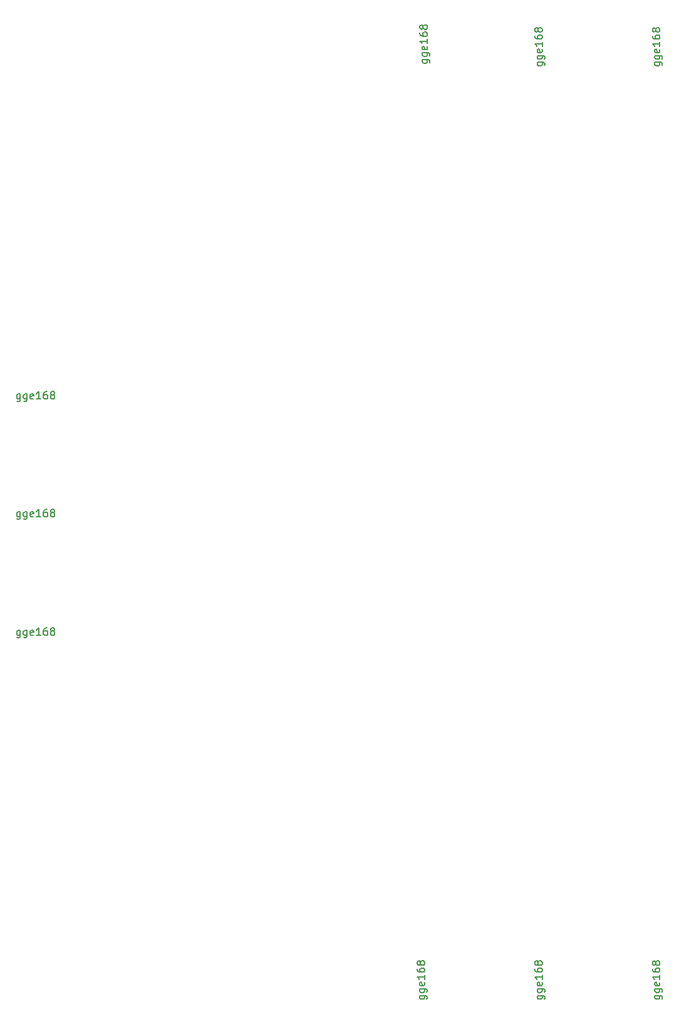
<source format=gbr>
%TF.GenerationSoftware,KiCad,Pcbnew,(5.1.9)-1*%
%TF.CreationDate,2021-08-06T17:39:50-06:00*%
%TF.ProjectId,VacuumFeedThruHDMI,56616375-756d-4466-9565-645468727548,rev?*%
%TF.SameCoordinates,Original*%
%TF.FileFunction,Other,Comment*%
%FSLAX46Y46*%
G04 Gerber Fmt 4.6, Leading zero omitted, Abs format (unit mm)*
G04 Created by KiCad (PCBNEW (5.1.9)-1) date 2021-08-06 17:39:50*
%MOMM*%
%LPD*%
G01*
G04 APERTURE LIST*
%ADD10C,0.150000*%
G04 APERTURE END LIST*
%TO.C,J1_(1:5)*%
D10*
X-15737208Y61282762D02*
X-14927684Y61282762D01*
X-14832446Y61235143D01*
X-14784827Y61187524D01*
X-14737208Y61092286D01*
X-14737208Y60949429D01*
X-14784827Y60854191D01*
X-15118161Y61282762D02*
X-15070542Y61187524D01*
X-15070542Y60997048D01*
X-15118161Y60901810D01*
X-15165780Y60854191D01*
X-15261018Y60806572D01*
X-15546732Y60806572D01*
X-15641970Y60854191D01*
X-15689589Y60901810D01*
X-15737208Y60997048D01*
X-15737208Y61187524D01*
X-15689589Y61282762D01*
X-15737208Y62187524D02*
X-14927684Y62187524D01*
X-14832446Y62139905D01*
X-14784827Y62092286D01*
X-14737208Y61997048D01*
X-14737208Y61854191D01*
X-14784827Y61758953D01*
X-15118161Y62187524D02*
X-15070542Y62092286D01*
X-15070542Y61901810D01*
X-15118161Y61806572D01*
X-15165780Y61758953D01*
X-15261018Y61711334D01*
X-15546732Y61711334D01*
X-15641970Y61758953D01*
X-15689589Y61806572D01*
X-15737208Y61901810D01*
X-15737208Y62092286D01*
X-15689589Y62187524D01*
X-15118161Y63044667D02*
X-15070542Y62949429D01*
X-15070542Y62758953D01*
X-15118161Y62663715D01*
X-15213399Y62616096D01*
X-15594351Y62616096D01*
X-15689589Y62663715D01*
X-15737208Y62758953D01*
X-15737208Y62949429D01*
X-15689589Y63044667D01*
X-15594351Y63092286D01*
X-15499113Y63092286D01*
X-15403875Y62616096D01*
X-15070542Y64044667D02*
X-15070542Y63473239D01*
X-15070542Y63758953D02*
X-16070542Y63758953D01*
X-15927684Y63663715D01*
X-15832446Y63568477D01*
X-15784827Y63473239D01*
X-16070542Y64901810D02*
X-16070542Y64711334D01*
X-16022923Y64616096D01*
X-15975303Y64568477D01*
X-15832446Y64473239D01*
X-15641970Y64425620D01*
X-15261018Y64425620D01*
X-15165780Y64473239D01*
X-15118161Y64520858D01*
X-15070542Y64616096D01*
X-15070542Y64806572D01*
X-15118161Y64901810D01*
X-15165780Y64949429D01*
X-15261018Y64997048D01*
X-15499113Y64997048D01*
X-15594351Y64949429D01*
X-15641970Y64901810D01*
X-15689589Y64806572D01*
X-15689589Y64616096D01*
X-15641970Y64520858D01*
X-15594351Y64473239D01*
X-15499113Y64425620D01*
X-15641970Y65568477D02*
X-15689589Y65473239D01*
X-15737208Y65425620D01*
X-15832446Y65378001D01*
X-15880065Y65378001D01*
X-15975303Y65425620D01*
X-16022923Y65473239D01*
X-16070542Y65568477D01*
X-16070542Y65758953D01*
X-16022923Y65854191D01*
X-15975303Y65901810D01*
X-15880065Y65949429D01*
X-15832446Y65949429D01*
X-15737208Y65901810D01*
X-15689589Y65854191D01*
X-15641970Y65758953D01*
X-15641970Y65568477D01*
X-15594351Y65473239D01*
X-15546732Y65425620D01*
X-15451494Y65378001D01*
X-15261018Y65378001D01*
X-15165780Y65425620D01*
X-15118161Y65473239D01*
X-15070542Y65568477D01*
X-15070542Y65758953D01*
X-15118161Y65854191D01*
X-15165780Y65901810D01*
X-15261018Y65949429D01*
X-15451494Y65949429D01*
X-15546732Y65901810D01*
X-15594351Y65854191D01*
X-15641970Y65758953D01*
%TO.C,J3_(1:5)*%
X-16114285Y-65095238D02*
X-15304761Y-65095238D01*
X-15209523Y-65142857D01*
X-15161904Y-65190476D01*
X-15114285Y-65285714D01*
X-15114285Y-65428571D01*
X-15161904Y-65523809D01*
X-15495238Y-65095238D02*
X-15447619Y-65190476D01*
X-15447619Y-65380952D01*
X-15495238Y-65476190D01*
X-15542857Y-65523809D01*
X-15638095Y-65571428D01*
X-15923809Y-65571428D01*
X-16019047Y-65523809D01*
X-16066666Y-65476190D01*
X-16114285Y-65380952D01*
X-16114285Y-65190476D01*
X-16066666Y-65095238D01*
X-16114285Y-64190476D02*
X-15304761Y-64190476D01*
X-15209523Y-64238095D01*
X-15161904Y-64285714D01*
X-15114285Y-64380952D01*
X-15114285Y-64523809D01*
X-15161904Y-64619047D01*
X-15495238Y-64190476D02*
X-15447619Y-64285714D01*
X-15447619Y-64476190D01*
X-15495238Y-64571428D01*
X-15542857Y-64619047D01*
X-15638095Y-64666666D01*
X-15923809Y-64666666D01*
X-16019047Y-64619047D01*
X-16066666Y-64571428D01*
X-16114285Y-64476190D01*
X-16114285Y-64285714D01*
X-16066666Y-64190476D01*
X-15495238Y-63333333D02*
X-15447619Y-63428571D01*
X-15447619Y-63619047D01*
X-15495238Y-63714285D01*
X-15590476Y-63761904D01*
X-15971428Y-63761904D01*
X-16066666Y-63714285D01*
X-16114285Y-63619047D01*
X-16114285Y-63428571D01*
X-16066666Y-63333333D01*
X-15971428Y-63285714D01*
X-15876190Y-63285714D01*
X-15780952Y-63761904D01*
X-15447619Y-62333333D02*
X-15447619Y-62904761D01*
X-15447619Y-62619047D02*
X-16447619Y-62619047D01*
X-16304761Y-62714285D01*
X-16209523Y-62809523D01*
X-16161904Y-62904761D01*
X-16447619Y-61476190D02*
X-16447619Y-61666666D01*
X-16400000Y-61761904D01*
X-16352380Y-61809523D01*
X-16209523Y-61904761D01*
X-16019047Y-61952380D01*
X-15638095Y-61952380D01*
X-15542857Y-61904761D01*
X-15495238Y-61857142D01*
X-15447619Y-61761904D01*
X-15447619Y-61571428D01*
X-15495238Y-61476190D01*
X-15542857Y-61428571D01*
X-15638095Y-61380952D01*
X-15876190Y-61380952D01*
X-15971428Y-61428571D01*
X-16019047Y-61476190D01*
X-16066666Y-61571428D01*
X-16066666Y-61761904D01*
X-16019047Y-61857142D01*
X-15971428Y-61904761D01*
X-15876190Y-61952380D01*
X-16019047Y-60809523D02*
X-16066666Y-60904761D01*
X-16114285Y-60952380D01*
X-16209523Y-61000000D01*
X-16257142Y-61000000D01*
X-16352380Y-60952380D01*
X-16400000Y-60904761D01*
X-16447619Y-60809523D01*
X-16447619Y-60619047D01*
X-16400000Y-60523809D01*
X-16352380Y-60476190D01*
X-16257142Y-60428571D01*
X-16209523Y-60428571D01*
X-16114285Y-60476190D01*
X-16066666Y-60523809D01*
X-16019047Y-60619047D01*
X-16019047Y-60809523D01*
X-15971428Y-60904761D01*
X-15923809Y-60952380D01*
X-15828571Y-61000000D01*
X-15638095Y-61000000D01*
X-15542857Y-60952380D01*
X-15495238Y-60904761D01*
X-15447619Y-60809523D01*
X-15447619Y-60619047D01*
X-15495238Y-60523809D01*
X-15542857Y-60476190D01*
X-15638095Y-60428571D01*
X-15828571Y-60428571D01*
X-15923809Y-60476190D01*
X-15971428Y-60523809D01*
X-16019047Y-60619047D01*
%TO.C,J2_(11:12)*%
X-70095238Y16114285D02*
X-70095238Y15304761D01*
X-70142857Y15209523D01*
X-70190476Y15161904D01*
X-70285714Y15114285D01*
X-70428571Y15114285D01*
X-70523809Y15161904D01*
X-70095238Y15495238D02*
X-70190476Y15447619D01*
X-70380952Y15447619D01*
X-70476190Y15495238D01*
X-70523809Y15542857D01*
X-70571428Y15638095D01*
X-70571428Y15923809D01*
X-70523809Y16019047D01*
X-70476190Y16066666D01*
X-70380952Y16114285D01*
X-70190476Y16114285D01*
X-70095238Y16066666D01*
X-69190476Y16114285D02*
X-69190476Y15304761D01*
X-69238095Y15209523D01*
X-69285714Y15161904D01*
X-69380952Y15114285D01*
X-69523809Y15114285D01*
X-69619047Y15161904D01*
X-69190476Y15495238D02*
X-69285714Y15447619D01*
X-69476190Y15447619D01*
X-69571428Y15495238D01*
X-69619047Y15542857D01*
X-69666666Y15638095D01*
X-69666666Y15923809D01*
X-69619047Y16019047D01*
X-69571428Y16066666D01*
X-69476190Y16114285D01*
X-69285714Y16114285D01*
X-69190476Y16066666D01*
X-68333333Y15495238D02*
X-68428571Y15447619D01*
X-68619047Y15447619D01*
X-68714285Y15495238D01*
X-68761904Y15590476D01*
X-68761904Y15971428D01*
X-68714285Y16066666D01*
X-68619047Y16114285D01*
X-68428571Y16114285D01*
X-68333333Y16066666D01*
X-68285714Y15971428D01*
X-68285714Y15876190D01*
X-68761904Y15780952D01*
X-67333333Y15447619D02*
X-67904761Y15447619D01*
X-67619047Y15447619D02*
X-67619047Y16447619D01*
X-67714285Y16304761D01*
X-67809523Y16209523D01*
X-67904761Y16161904D01*
X-66476190Y16447619D02*
X-66666666Y16447619D01*
X-66761904Y16400000D01*
X-66809523Y16352380D01*
X-66904761Y16209523D01*
X-66952380Y16019047D01*
X-66952380Y15638095D01*
X-66904761Y15542857D01*
X-66857142Y15495238D01*
X-66761904Y15447619D01*
X-66571428Y15447619D01*
X-66476190Y15495238D01*
X-66428571Y15542857D01*
X-66380952Y15638095D01*
X-66380952Y15876190D01*
X-66428571Y15971428D01*
X-66476190Y16019047D01*
X-66571428Y16066666D01*
X-66761904Y16066666D01*
X-66857142Y16019047D01*
X-66904761Y15971428D01*
X-66952380Y15876190D01*
X-65809523Y16019047D02*
X-65904761Y16066666D01*
X-65952380Y16114285D01*
X-66000000Y16209523D01*
X-66000000Y16257142D01*
X-65952380Y16352380D01*
X-65904761Y16400000D01*
X-65809523Y16447619D01*
X-65619047Y16447619D01*
X-65523809Y16400000D01*
X-65476190Y16352380D01*
X-65428571Y16257142D01*
X-65428571Y16209523D01*
X-65476190Y16114285D01*
X-65523809Y16066666D01*
X-65619047Y16019047D01*
X-65809523Y16019047D01*
X-65904761Y15971428D01*
X-65952380Y15923809D01*
X-66000000Y15828571D01*
X-66000000Y15638095D01*
X-65952380Y15542857D01*
X-65904761Y15495238D01*
X-65809523Y15447619D01*
X-65619047Y15447619D01*
X-65523809Y15495238D01*
X-65476190Y15542857D01*
X-65428571Y15638095D01*
X-65428571Y15828571D01*
X-65476190Y15923809D01*
X-65523809Y15971428D01*
X-65619047Y16019047D01*
%TO.C,J2_(1:5)*%
X-70095238Y-15785714D02*
X-70095238Y-16595238D01*
X-70142857Y-16690476D01*
X-70190476Y-16738095D01*
X-70285714Y-16785714D01*
X-70428571Y-16785714D01*
X-70523809Y-16738095D01*
X-70095238Y-16404761D02*
X-70190476Y-16452380D01*
X-70380952Y-16452380D01*
X-70476190Y-16404761D01*
X-70523809Y-16357142D01*
X-70571428Y-16261904D01*
X-70571428Y-15976190D01*
X-70523809Y-15880952D01*
X-70476190Y-15833333D01*
X-70380952Y-15785714D01*
X-70190476Y-15785714D01*
X-70095238Y-15833333D01*
X-69190476Y-15785714D02*
X-69190476Y-16595238D01*
X-69238095Y-16690476D01*
X-69285714Y-16738095D01*
X-69380952Y-16785714D01*
X-69523809Y-16785714D01*
X-69619047Y-16738095D01*
X-69190476Y-16404761D02*
X-69285714Y-16452380D01*
X-69476190Y-16452380D01*
X-69571428Y-16404761D01*
X-69619047Y-16357142D01*
X-69666666Y-16261904D01*
X-69666666Y-15976190D01*
X-69619047Y-15880952D01*
X-69571428Y-15833333D01*
X-69476190Y-15785714D01*
X-69285714Y-15785714D01*
X-69190476Y-15833333D01*
X-68333333Y-16404761D02*
X-68428571Y-16452380D01*
X-68619047Y-16452380D01*
X-68714285Y-16404761D01*
X-68761904Y-16309523D01*
X-68761904Y-15928571D01*
X-68714285Y-15833333D01*
X-68619047Y-15785714D01*
X-68428571Y-15785714D01*
X-68333333Y-15833333D01*
X-68285714Y-15928571D01*
X-68285714Y-16023809D01*
X-68761904Y-16119047D01*
X-67333333Y-16452380D02*
X-67904761Y-16452380D01*
X-67619047Y-16452380D02*
X-67619047Y-15452380D01*
X-67714285Y-15595238D01*
X-67809523Y-15690476D01*
X-67904761Y-15738095D01*
X-66476190Y-15452380D02*
X-66666666Y-15452380D01*
X-66761904Y-15500000D01*
X-66809523Y-15547619D01*
X-66904761Y-15690476D01*
X-66952380Y-15880952D01*
X-66952380Y-16261904D01*
X-66904761Y-16357142D01*
X-66857142Y-16404761D01*
X-66761904Y-16452380D01*
X-66571428Y-16452380D01*
X-66476190Y-16404761D01*
X-66428571Y-16357142D01*
X-66380952Y-16261904D01*
X-66380952Y-16023809D01*
X-66428571Y-15928571D01*
X-66476190Y-15880952D01*
X-66571428Y-15833333D01*
X-66761904Y-15833333D01*
X-66857142Y-15880952D01*
X-66904761Y-15928571D01*
X-66952380Y-16023809D01*
X-65809523Y-15880952D02*
X-65904761Y-15833333D01*
X-65952380Y-15785714D01*
X-66000000Y-15690476D01*
X-66000000Y-15642857D01*
X-65952380Y-15547619D01*
X-65904761Y-15500000D01*
X-65809523Y-15452380D01*
X-65619047Y-15452380D01*
X-65523809Y-15500000D01*
X-65476190Y-15547619D01*
X-65428571Y-15642857D01*
X-65428571Y-15690476D01*
X-65476190Y-15785714D01*
X-65523809Y-15833333D01*
X-65619047Y-15880952D01*
X-65809523Y-15880952D01*
X-65904761Y-15928571D01*
X-65952380Y-15976190D01*
X-66000000Y-16071428D01*
X-66000000Y-16261904D01*
X-65952380Y-16357142D01*
X-65904761Y-16404761D01*
X-65809523Y-16452380D01*
X-65619047Y-16452380D01*
X-65523809Y-16404761D01*
X-65476190Y-16357142D01*
X-65428571Y-16261904D01*
X-65428571Y-16071428D01*
X-65476190Y-15976190D01*
X-65523809Y-15928571D01*
X-65619047Y-15880952D01*
%TO.C,J2_(6:10)*%
X-70095238Y214285D02*
X-70095238Y-595238D01*
X-70142857Y-690476D01*
X-70190476Y-738095D01*
X-70285714Y-785714D01*
X-70428571Y-785714D01*
X-70523809Y-738095D01*
X-70095238Y-404761D02*
X-70190476Y-452380D01*
X-70380952Y-452380D01*
X-70476190Y-404761D01*
X-70523809Y-357142D01*
X-70571428Y-261904D01*
X-70571428Y23809D01*
X-70523809Y119047D01*
X-70476190Y166666D01*
X-70380952Y214285D01*
X-70190476Y214285D01*
X-70095238Y166666D01*
X-69190476Y214285D02*
X-69190476Y-595238D01*
X-69238095Y-690476D01*
X-69285714Y-738095D01*
X-69380952Y-785714D01*
X-69523809Y-785714D01*
X-69619047Y-738095D01*
X-69190476Y-404761D02*
X-69285714Y-452380D01*
X-69476190Y-452380D01*
X-69571428Y-404761D01*
X-69619047Y-357142D01*
X-69666666Y-261904D01*
X-69666666Y23809D01*
X-69619047Y119047D01*
X-69571428Y166666D01*
X-69476190Y214285D01*
X-69285714Y214285D01*
X-69190476Y166666D01*
X-68333333Y-404761D02*
X-68428571Y-452380D01*
X-68619047Y-452380D01*
X-68714285Y-404761D01*
X-68761904Y-309523D01*
X-68761904Y71428D01*
X-68714285Y166666D01*
X-68619047Y214285D01*
X-68428571Y214285D01*
X-68333333Y166666D01*
X-68285714Y71428D01*
X-68285714Y-23809D01*
X-68761904Y-119047D01*
X-67333333Y-452380D02*
X-67904761Y-452380D01*
X-67619047Y-452380D02*
X-67619047Y547619D01*
X-67714285Y404761D01*
X-67809523Y309523D01*
X-67904761Y261904D01*
X-66476190Y547619D02*
X-66666666Y547619D01*
X-66761904Y500000D01*
X-66809523Y452380D01*
X-66904761Y309523D01*
X-66952380Y119047D01*
X-66952380Y-261904D01*
X-66904761Y-357142D01*
X-66857142Y-404761D01*
X-66761904Y-452380D01*
X-66571428Y-452380D01*
X-66476190Y-404761D01*
X-66428571Y-357142D01*
X-66380952Y-261904D01*
X-66380952Y-23809D01*
X-66428571Y71428D01*
X-66476190Y119047D01*
X-66571428Y166666D01*
X-66761904Y166666D01*
X-66857142Y119047D01*
X-66904761Y71428D01*
X-66952380Y-23809D01*
X-65809523Y119047D02*
X-65904761Y166666D01*
X-65952380Y214285D01*
X-66000000Y309523D01*
X-66000000Y357142D01*
X-65952380Y452380D01*
X-65904761Y500000D01*
X-65809523Y547619D01*
X-65619047Y547619D01*
X-65523809Y500000D01*
X-65476190Y452380D01*
X-65428571Y357142D01*
X-65428571Y309523D01*
X-65476190Y214285D01*
X-65523809Y166666D01*
X-65619047Y119047D01*
X-65809523Y119047D01*
X-65904761Y71428D01*
X-65952380Y23809D01*
X-66000000Y-71428D01*
X-66000000Y-261904D01*
X-65952380Y-357142D01*
X-65904761Y-404761D01*
X-65809523Y-452380D01*
X-65619047Y-452380D01*
X-65523809Y-404761D01*
X-65476190Y-357142D01*
X-65428571Y-261904D01*
X-65428571Y-71428D01*
X-65476190Y23809D01*
X-65523809Y71428D01*
X-65619047Y119047D01*
%TO.C,J1_(11:12)*%
X15685714Y60904761D02*
X16495238Y60904761D01*
X16590476Y60857142D01*
X16638095Y60809523D01*
X16685714Y60714285D01*
X16685714Y60571428D01*
X16638095Y60476190D01*
X16304761Y60904761D02*
X16352380Y60809523D01*
X16352380Y60619047D01*
X16304761Y60523809D01*
X16257142Y60476190D01*
X16161904Y60428571D01*
X15876190Y60428571D01*
X15780952Y60476190D01*
X15733333Y60523809D01*
X15685714Y60619047D01*
X15685714Y60809523D01*
X15733333Y60904761D01*
X15685714Y61809523D02*
X16495238Y61809523D01*
X16590476Y61761904D01*
X16638095Y61714285D01*
X16685714Y61619047D01*
X16685714Y61476190D01*
X16638095Y61380952D01*
X16304761Y61809523D02*
X16352380Y61714285D01*
X16352380Y61523809D01*
X16304761Y61428571D01*
X16257142Y61380952D01*
X16161904Y61333333D01*
X15876190Y61333333D01*
X15780952Y61380952D01*
X15733333Y61428571D01*
X15685714Y61523809D01*
X15685714Y61714285D01*
X15733333Y61809523D01*
X16304761Y62666666D02*
X16352380Y62571428D01*
X16352380Y62380952D01*
X16304761Y62285714D01*
X16209523Y62238095D01*
X15828571Y62238095D01*
X15733333Y62285714D01*
X15685714Y62380952D01*
X15685714Y62571428D01*
X15733333Y62666666D01*
X15828571Y62714285D01*
X15923809Y62714285D01*
X16019047Y62238095D01*
X16352380Y63666666D02*
X16352380Y63095238D01*
X16352380Y63380952D02*
X15352380Y63380952D01*
X15495238Y63285714D01*
X15590476Y63190476D01*
X15638095Y63095238D01*
X15352380Y64523809D02*
X15352380Y64333333D01*
X15400000Y64238095D01*
X15447619Y64190476D01*
X15590476Y64095238D01*
X15780952Y64047619D01*
X16161904Y64047619D01*
X16257142Y64095238D01*
X16304761Y64142857D01*
X16352380Y64238095D01*
X16352380Y64428571D01*
X16304761Y64523809D01*
X16257142Y64571428D01*
X16161904Y64619047D01*
X15923809Y64619047D01*
X15828571Y64571428D01*
X15780952Y64523809D01*
X15733333Y64428571D01*
X15733333Y64238095D01*
X15780952Y64142857D01*
X15828571Y64095238D01*
X15923809Y64047619D01*
X15780952Y65190476D02*
X15733333Y65095238D01*
X15685714Y65047619D01*
X15590476Y65000000D01*
X15542857Y65000000D01*
X15447619Y65047619D01*
X15400000Y65095238D01*
X15352380Y65190476D01*
X15352380Y65380952D01*
X15400000Y65476190D01*
X15447619Y65523809D01*
X15542857Y65571428D01*
X15590476Y65571428D01*
X15685714Y65523809D01*
X15733333Y65476190D01*
X15780952Y65380952D01*
X15780952Y65190476D01*
X15828571Y65095238D01*
X15876190Y65047619D01*
X15971428Y65000000D01*
X16161904Y65000000D01*
X16257142Y65047619D01*
X16304761Y65095238D01*
X16352380Y65190476D01*
X16352380Y65380952D01*
X16304761Y65476190D01*
X16257142Y65523809D01*
X16161904Y65571428D01*
X15971428Y65571428D01*
X15876190Y65523809D01*
X15828571Y65476190D01*
X15780952Y65380952D01*
%TO.C,J3_(11:12)*%
X15685714Y-65095238D02*
X16495238Y-65095238D01*
X16590476Y-65142857D01*
X16638095Y-65190476D01*
X16685714Y-65285714D01*
X16685714Y-65428571D01*
X16638095Y-65523809D01*
X16304761Y-65095238D02*
X16352380Y-65190476D01*
X16352380Y-65380952D01*
X16304761Y-65476190D01*
X16257142Y-65523809D01*
X16161904Y-65571428D01*
X15876190Y-65571428D01*
X15780952Y-65523809D01*
X15733333Y-65476190D01*
X15685714Y-65380952D01*
X15685714Y-65190476D01*
X15733333Y-65095238D01*
X15685714Y-64190476D02*
X16495238Y-64190476D01*
X16590476Y-64238095D01*
X16638095Y-64285714D01*
X16685714Y-64380952D01*
X16685714Y-64523809D01*
X16638095Y-64619047D01*
X16304761Y-64190476D02*
X16352380Y-64285714D01*
X16352380Y-64476190D01*
X16304761Y-64571428D01*
X16257142Y-64619047D01*
X16161904Y-64666666D01*
X15876190Y-64666666D01*
X15780952Y-64619047D01*
X15733333Y-64571428D01*
X15685714Y-64476190D01*
X15685714Y-64285714D01*
X15733333Y-64190476D01*
X16304761Y-63333333D02*
X16352380Y-63428571D01*
X16352380Y-63619047D01*
X16304761Y-63714285D01*
X16209523Y-63761904D01*
X15828571Y-63761904D01*
X15733333Y-63714285D01*
X15685714Y-63619047D01*
X15685714Y-63428571D01*
X15733333Y-63333333D01*
X15828571Y-63285714D01*
X15923809Y-63285714D01*
X16019047Y-63761904D01*
X16352380Y-62333333D02*
X16352380Y-62904761D01*
X16352380Y-62619047D02*
X15352380Y-62619047D01*
X15495238Y-62714285D01*
X15590476Y-62809523D01*
X15638095Y-62904761D01*
X15352380Y-61476190D02*
X15352380Y-61666666D01*
X15400000Y-61761904D01*
X15447619Y-61809523D01*
X15590476Y-61904761D01*
X15780952Y-61952380D01*
X16161904Y-61952380D01*
X16257142Y-61904761D01*
X16304761Y-61857142D01*
X16352380Y-61761904D01*
X16352380Y-61571428D01*
X16304761Y-61476190D01*
X16257142Y-61428571D01*
X16161904Y-61380952D01*
X15923809Y-61380952D01*
X15828571Y-61428571D01*
X15780952Y-61476190D01*
X15733333Y-61571428D01*
X15733333Y-61761904D01*
X15780952Y-61857142D01*
X15828571Y-61904761D01*
X15923809Y-61952380D01*
X15780952Y-60809523D02*
X15733333Y-60904761D01*
X15685714Y-60952380D01*
X15590476Y-61000000D01*
X15542857Y-61000000D01*
X15447619Y-60952380D01*
X15400000Y-60904761D01*
X15352380Y-60809523D01*
X15352380Y-60619047D01*
X15400000Y-60523809D01*
X15447619Y-60476190D01*
X15542857Y-60428571D01*
X15590476Y-60428571D01*
X15685714Y-60476190D01*
X15733333Y-60523809D01*
X15780952Y-60619047D01*
X15780952Y-60809523D01*
X15828571Y-60904761D01*
X15876190Y-60952380D01*
X15971428Y-61000000D01*
X16161904Y-61000000D01*
X16257142Y-60952380D01*
X16304761Y-60904761D01*
X16352380Y-60809523D01*
X16352380Y-60619047D01*
X16304761Y-60523809D01*
X16257142Y-60476190D01*
X16161904Y-60428571D01*
X15971428Y-60428571D01*
X15876190Y-60476190D01*
X15828571Y-60523809D01*
X15780952Y-60619047D01*
%TO.C,J3_(6:10)*%
X-214285Y-65095238D02*
X595238Y-65095238D01*
X690476Y-65142857D01*
X738095Y-65190476D01*
X785714Y-65285714D01*
X785714Y-65428571D01*
X738095Y-65523809D01*
X404761Y-65095238D02*
X452380Y-65190476D01*
X452380Y-65380952D01*
X404761Y-65476190D01*
X357142Y-65523809D01*
X261904Y-65571428D01*
X-23809Y-65571428D01*
X-119047Y-65523809D01*
X-166666Y-65476190D01*
X-214285Y-65380952D01*
X-214285Y-65190476D01*
X-166666Y-65095238D01*
X-214285Y-64190476D02*
X595238Y-64190476D01*
X690476Y-64238095D01*
X738095Y-64285714D01*
X785714Y-64380952D01*
X785714Y-64523809D01*
X738095Y-64619047D01*
X404761Y-64190476D02*
X452380Y-64285714D01*
X452380Y-64476190D01*
X404761Y-64571428D01*
X357142Y-64619047D01*
X261904Y-64666666D01*
X-23809Y-64666666D01*
X-119047Y-64619047D01*
X-166666Y-64571428D01*
X-214285Y-64476190D01*
X-214285Y-64285714D01*
X-166666Y-64190476D01*
X404761Y-63333333D02*
X452380Y-63428571D01*
X452380Y-63619047D01*
X404761Y-63714285D01*
X309523Y-63761904D01*
X-71428Y-63761904D01*
X-166666Y-63714285D01*
X-214285Y-63619047D01*
X-214285Y-63428571D01*
X-166666Y-63333333D01*
X-71428Y-63285714D01*
X23809Y-63285714D01*
X119047Y-63761904D01*
X452380Y-62333333D02*
X452380Y-62904761D01*
X452380Y-62619047D02*
X-547619Y-62619047D01*
X-404761Y-62714285D01*
X-309523Y-62809523D01*
X-261904Y-62904761D01*
X-547619Y-61476190D02*
X-547619Y-61666666D01*
X-499999Y-61761904D01*
X-452380Y-61809523D01*
X-309523Y-61904761D01*
X-119047Y-61952380D01*
X261904Y-61952380D01*
X357142Y-61904761D01*
X404761Y-61857142D01*
X452380Y-61761904D01*
X452380Y-61571428D01*
X404761Y-61476190D01*
X357142Y-61428571D01*
X261904Y-61380952D01*
X23809Y-61380952D01*
X-71428Y-61428571D01*
X-119047Y-61476190D01*
X-166666Y-61571428D01*
X-166666Y-61761904D01*
X-119047Y-61857142D01*
X-71428Y-61904761D01*
X23809Y-61952380D01*
X-119047Y-60809523D02*
X-166666Y-60904761D01*
X-214285Y-60952380D01*
X-309523Y-61000000D01*
X-357142Y-61000000D01*
X-452380Y-60952380D01*
X-499999Y-60904761D01*
X-547619Y-60809523D01*
X-547619Y-60619047D01*
X-499999Y-60523809D01*
X-452380Y-60476190D01*
X-357142Y-60428571D01*
X-309523Y-60428571D01*
X-214285Y-60476190D01*
X-166666Y-60523809D01*
X-119047Y-60619047D01*
X-119047Y-60809523D01*
X-71428Y-60904761D01*
X-23809Y-60952380D01*
X71428Y-61000000D01*
X261904Y-61000000D01*
X357142Y-60952380D01*
X404761Y-60904761D01*
X452380Y-60809523D01*
X452380Y-60619047D01*
X404761Y-60523809D01*
X357142Y-60476190D01*
X261904Y-60428571D01*
X71428Y-60428571D01*
X-23809Y-60476190D01*
X-71428Y-60523809D01*
X-119047Y-60619047D01*
%TO.C,J1_(6:10)*%
X-214285Y60904761D02*
X595238Y60904761D01*
X690476Y60857142D01*
X738095Y60809523D01*
X785714Y60714285D01*
X785714Y60571428D01*
X738095Y60476190D01*
X404761Y60904761D02*
X452380Y60809523D01*
X452380Y60619047D01*
X404761Y60523809D01*
X357142Y60476190D01*
X261904Y60428571D01*
X-23809Y60428571D01*
X-119047Y60476190D01*
X-166666Y60523809D01*
X-214285Y60619047D01*
X-214285Y60809523D01*
X-166666Y60904761D01*
X-214285Y61809523D02*
X595238Y61809523D01*
X690476Y61761904D01*
X738095Y61714285D01*
X785714Y61619047D01*
X785714Y61476190D01*
X738095Y61380952D01*
X404761Y61809523D02*
X452380Y61714285D01*
X452380Y61523809D01*
X404761Y61428571D01*
X357142Y61380952D01*
X261904Y61333333D01*
X-23809Y61333333D01*
X-119047Y61380952D01*
X-166666Y61428571D01*
X-214285Y61523809D01*
X-214285Y61714285D01*
X-166666Y61809523D01*
X404761Y62666666D02*
X452380Y62571428D01*
X452380Y62380952D01*
X404761Y62285714D01*
X309523Y62238095D01*
X-71428Y62238095D01*
X-166666Y62285714D01*
X-214285Y62380952D01*
X-214285Y62571428D01*
X-166666Y62666666D01*
X-71428Y62714285D01*
X23809Y62714285D01*
X119047Y62238095D01*
X452380Y63666666D02*
X452380Y63095238D01*
X452380Y63380952D02*
X-547619Y63380952D01*
X-404761Y63285714D01*
X-309523Y63190476D01*
X-261904Y63095238D01*
X-547619Y64523809D02*
X-547619Y64333333D01*
X-499999Y64238095D01*
X-452380Y64190476D01*
X-309523Y64095238D01*
X-119047Y64047619D01*
X261904Y64047619D01*
X357142Y64095238D01*
X404761Y64142857D01*
X452380Y64238095D01*
X452380Y64428571D01*
X404761Y64523809D01*
X357142Y64571428D01*
X261904Y64619047D01*
X23809Y64619047D01*
X-71428Y64571428D01*
X-119047Y64523809D01*
X-166666Y64428571D01*
X-166666Y64238095D01*
X-119047Y64142857D01*
X-71428Y64095238D01*
X23809Y64047619D01*
X-119047Y65190476D02*
X-166666Y65095238D01*
X-214285Y65047619D01*
X-309523Y65000000D01*
X-357142Y65000000D01*
X-452380Y65047619D01*
X-499999Y65095238D01*
X-547619Y65190476D01*
X-547619Y65380952D01*
X-499999Y65476190D01*
X-452380Y65523809D01*
X-357142Y65571428D01*
X-309523Y65571428D01*
X-214285Y65523809D01*
X-166666Y65476190D01*
X-119047Y65380952D01*
X-119047Y65190476D01*
X-71428Y65095238D01*
X-23809Y65047619D01*
X71428Y65000000D01*
X261904Y65000000D01*
X357142Y65047619D01*
X404761Y65095238D01*
X452380Y65190476D01*
X452380Y65380952D01*
X404761Y65476190D01*
X357142Y65523809D01*
X261904Y65571428D01*
X71428Y65571428D01*
X-23809Y65523809D01*
X-71428Y65476190D01*
X-119047Y65380952D01*
%TD*%
M02*

</source>
